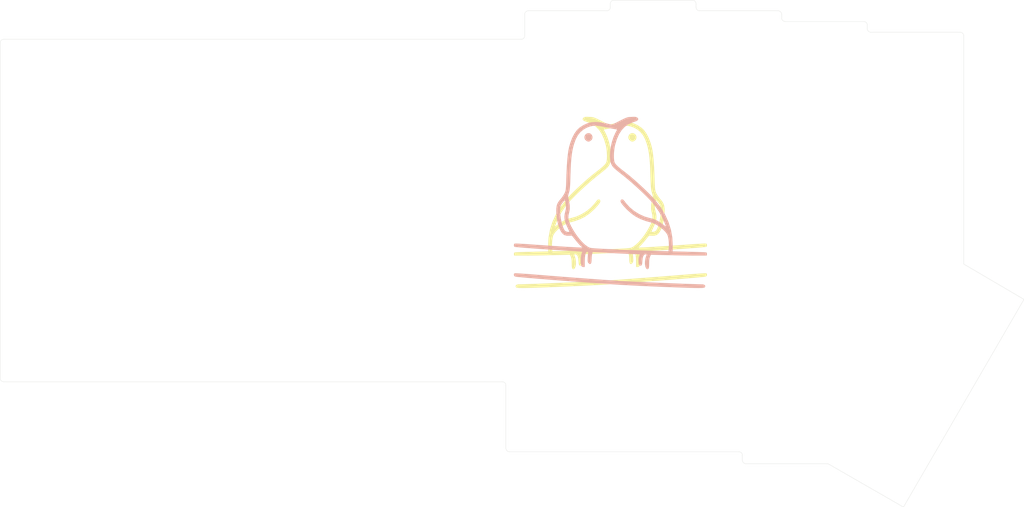
<source format=kicad_pcb>
(kicad_pcb (version 20171130) (host pcbnew "(5.1.9-0-10_14)")

  (general
    (thickness 1.6)
    (drawings 39)
    (tracks 0)
    (zones 0)
    (modules 9)
    (nets 1)
  )

  (page A4)
  (layers
    (0 F.Cu signal)
    (31 B.Cu signal)
    (32 B.Adhes user)
    (33 F.Adhes user)
    (34 B.Paste user)
    (35 F.Paste user)
    (36 B.SilkS user)
    (37 F.SilkS user)
    (38 B.Mask user)
    (39 F.Mask user)
    (40 Dwgs.User user)
    (41 Cmts.User user)
    (42 Eco1.User user)
    (43 Eco2.User user)
    (44 Edge.Cuts user)
    (45 Margin user)
    (46 B.CrtYd user)
    (47 F.CrtYd user)
    (48 B.Fab user)
    (49 F.Fab user)
  )

  (setup
    (last_trace_width 0.25)
    (trace_clearance 0.2)
    (zone_clearance 0.508)
    (zone_45_only no)
    (trace_min 0.2)
    (via_size 0.8)
    (via_drill 0.4)
    (via_min_size 0.4)
    (via_min_drill 0.3)
    (uvia_size 0.3)
    (uvia_drill 0.1)
    (uvias_allowed no)
    (uvia_min_size 0.2)
    (uvia_min_drill 0.1)
    (edge_width 0.05)
    (segment_width 0.2)
    (pcb_text_width 0.3)
    (pcb_text_size 1.5 1.5)
    (mod_edge_width 0.12)
    (mod_text_size 1 1)
    (mod_text_width 0.15)
    (pad_size 1.524 1.524)
    (pad_drill 0.762)
    (pad_to_mask_clearance 0)
    (aux_axis_origin 0 0)
    (grid_origin 221.45 102.39375)
    (visible_elements FFFFF77F)
    (pcbplotparams
      (layerselection 0x011fc_ffffffff)
      (usegerberextensions false)
      (usegerberattributes true)
      (usegerberadvancedattributes true)
      (creategerberjobfile true)
      (excludeedgelayer true)
      (linewidth 0.100000)
      (plotframeref false)
      (viasonmask false)
      (mode 1)
      (useauxorigin false)
      (hpglpennumber 1)
      (hpglpenspeed 20)
      (hpglpendiameter 15.000000)
      (psnegative false)
      (psa4output false)
      (plotreference true)
      (plotvalue true)
      (plotinvisibletext false)
      (padsonsilk false)
      (subtractmaskfromsilk false)
      (outputformat 1)
      (mirror false)
      (drillshape 0)
      (scaleselection 1)
      (outputdirectory "./gerbers"))
  )

  (net 0 "")

  (net_class Default "This is the default net class."
    (clearance 0.2)
    (trace_width 0.25)
    (via_dia 0.8)
    (via_drill 0.4)
    (uvia_dia 0.3)
    (uvia_drill 0.1)
  )

  (module footprints:wren_logo_large (layer F.Cu) (tedit 0) (tstamp 60861919)
    (at 173.063 63.27775)
    (fp_text reference G*** (at 0 0) (layer F.SilkS) hide
      (effects (font (size 1.524 1.524) (thickness 0.3)))
    )
    (fp_text value LOGO (at 0.75 0) (layer F.SilkS) hide
      (effects (font (size 1.524 1.524) (thickness 0.3)))
    )
    (fp_poly (pts (xy 21.305306 15.777034) (xy 21.453922 15.934693) (xy 21.466438 16.175629) (xy 21.354528 16.405686)
      (xy 21.214773 16.507264) (xy 21.053493 16.535665) (xy 20.680056 16.579135) (xy 20.112626 16.63624)
      (xy 19.369365 16.705548) (xy 18.468436 16.785627) (xy 17.428001 16.875044) (xy 16.266223 16.972367)
      (xy 15.001265 17.076163) (xy 13.651289 17.184999) (xy 12.234457 17.297443) (xy 10.768933 17.412063)
      (xy 9.272879 17.527425) (xy 7.764457 17.642098) (xy 6.261831 17.754649) (xy 4.783162 17.863644)
      (xy 3.346614 17.967653) (xy 1.970349 18.065242) (xy 0.67253 18.154978) (xy -0.528681 18.235429)
      (xy -1.443182 18.29437) (xy -2.503227 18.3581) (xy -3.703184 18.424786) (xy -5.016008 18.493303)
      (xy -6.414652 18.562527) (xy -7.87207 18.631331) (xy -9.361215 18.698591) (xy -10.855041 18.763181)
      (xy -12.326502 18.823975) (xy -13.748553 18.879849) (xy -15.094146 18.929676) (xy -16.336235 18.972332)
      (xy -17.447775 19.006691) (xy -18.401718 19.031628) (xy -19.171019 19.046017) (xy -19.584272 19.049211)
      (xy -20.195318 19.041674) (xy -20.611466 19.01543) (xy -20.868267 18.966355) (xy -21.00127 18.890322)
      (xy -21.006602 18.884198) (xy -21.088757 18.646227) (xy -20.985355 18.424501) (xy -20.738422 18.274319)
      (xy -20.517983 18.241252) (xy -20.066912 18.235329) (xy -19.410297 18.21929) (xy -18.573238 18.19417)
      (xy -17.580831 18.161006) (xy -16.458172 18.120833) (xy -15.230359 18.074688) (xy -13.92249 18.023608)
      (xy -12.559661 17.968627) (xy -11.16697 17.910782) (xy -9.769513 17.85111) (xy -8.392389 17.790645)
      (xy -7.060693 17.730426) (xy -5.799523 17.671486) (xy -4.633976 17.614864) (xy -3.58915 17.561594)
      (xy -2.690142 17.512713) (xy -2.251363 17.487139) (xy -1.25053 17.42423) (xy -0.045904 17.343913)
      (xy 1.336212 17.248149) (xy 2.869515 17.138894) (xy 4.527703 17.018107) (xy 6.284472 16.887745)
      (xy 8.113521 16.749768) (xy 9.988545 16.606133) (xy 11.883242 16.458798) (xy 13.77131 16.309721)
      (xy 15.626445 16.16086) (xy 16.311897 16.105197) (xy 17.348108 16.022586) (xy 18.316016 15.948933)
      (xy 19.190713 15.885875) (xy 19.947289 15.835048) (xy 20.560837 15.798089) (xy 21.006449 15.776636)
      (xy 21.259216 15.772325) (xy 21.305306 15.777034)) (layer F.SilkS) (width 0.01))
    (fp_poly (pts (xy -4.856424 -19.034026) (xy -4.701341 -19.027021) (xy -4.31494 -19.005227) (xy -4.002778 -18.971113)
      (xy -3.716503 -18.908523) (xy -3.407765 -18.801302) (xy -3.028209 -18.633293) (xy -2.529484 -18.388343)
      (xy -2.025884 -18.133086) (xy -0.364722 -17.287646) (xy 0.990352 -17.596645) (xy 2.189584 -17.821982)
      (xy 3.240772 -17.906898) (xy 4.183967 -17.84491) (xy 5.05922 -17.629535) (xy 5.906582 -17.254291)
      (xy 6.766103 -16.712694) (xy 6.85723 -16.646975) (xy 7.454439 -16.086253) (xy 8.005388 -15.315968)
      (xy 8.50004 -14.354606) (xy 8.928355 -13.220656) (xy 9.169182 -12.389182) (xy 9.333765 -11.60056)
      (xy 9.477301 -10.59267) (xy 9.598779 -9.376284) (xy 9.697186 -7.962172) (xy 9.771509 -6.361105)
      (xy 9.791223 -5.772453) (xy 9.820243 -4.847574) (xy 9.846486 -4.121862) (xy 9.873266 -3.563653)
      (xy 9.903898 -3.141285) (xy 9.941696 -2.823097) (xy 9.989974 -2.577424) (xy 10.052046 -2.372604)
      (xy 10.131226 -2.176976) (xy 10.178542 -2.072115) (xy 10.419344 -1.636618) (xy 10.746041 -1.156428)
      (xy 11.025415 -0.808738) (xy 11.473393 -0.259616) (xy 11.773302 0.2406) (xy 11.950922 0.763478)
      (xy 12.032033 1.380588) (xy 12.04448 2.020455) (xy 11.985397 3.041094) (xy 11.837215 4.053344)
      (xy 11.612813 5.004171) (xy 11.325074 5.84054) (xy 10.986877 6.509415) (xy 10.935031 6.588446)
      (xy 10.565466 7.042161) (xy 10.17342 7.305534) (xy 9.688741 7.414154) (xy 9.298176 7.41892)
      (xy 8.569945 7.391022) (xy 7.750324 8.417441) (xy 7.382157 8.865492) (xy 7.026998 9.275086)
      (xy 6.731159 9.594) (xy 6.573766 9.744203) (xy 6.216829 10.044546) (xy 6.774096 10.044348)
      (xy 7.062025 10.036283) (xy 7.555108 10.01328) (xy 8.228182 9.976934) (xy 9.056086 9.928843)
      (xy 10.013657 9.870603) (xy 11.075733 9.803811) (xy 12.217152 9.730065) (xy 13.412751 9.65096)
      (xy 14.637368 9.568093) (xy 15.865842 9.483063) (xy 17.073009 9.397464) (xy 17.814512 9.343726)
      (xy 18.672886 9.283513) (xy 19.460626 9.233154) (xy 20.147102 9.194218) (xy 20.701686 9.168274)
      (xy 21.093748 9.156892) (xy 21.292659 9.161639) (xy 21.307012 9.164828) (xy 21.432495 9.317488)
      (xy 21.471151 9.569256) (xy 21.416301 9.802686) (xy 21.347584 9.878476) (xy 21.20143 9.906564)
      (xy 20.845949 9.947197) (xy 20.30229 9.998786) (xy 19.5916 10.05974) (xy 18.73503 10.128469)
      (xy 17.753727 10.203385) (xy 16.66884 10.282896) (xy 15.501518 10.365412) (xy 14.27291 10.449345)
      (xy 13.004165 10.533103) (xy 11.71643 10.615097) (xy 10.795 10.671807) (xy 9.938108 10.72456)
      (xy 9.114826 10.776756) (xy 8.366521 10.825656) (xy 7.734558 10.868523) (xy 7.260304 10.902619)
      (xy 7.030818 10.920978) (xy 6.268455 10.988212) (xy 6.437129 11.468879) (xy 6.529098 11.882739)
      (xy 6.582759 12.434819) (xy 6.596157 13.035311) (xy 6.567341 13.594406) (xy 6.494356 14.022294)
      (xy 6.492776 14.027727) (xy 6.375164 14.279164) (xy 6.172827 14.36841) (xy 6.053057 14.374091)
      (xy 5.715 14.374091) (xy 5.714414 13.104091) (xy 5.685353 12.293112) (xy 5.601097 11.667805)
      (xy 5.464784 11.239141) (xy 5.279551 11.018094) (xy 5.111043 10.995017) (xy 4.959007 11.107469)
      (xy 4.947907 11.205948) (xy 4.974432 11.39498) (xy 5.007727 11.746151) (xy 5.041483 12.191061)
      (xy 5.048421 12.295909) (xy 5.071791 12.775338) (xy 5.060555 13.089123) (xy 5.005323 13.30115)
      (xy 4.896704 13.475305) (xy 4.870247 13.508182) (xy 4.676694 13.697883) (xy 4.513608 13.713901)
      (xy 4.42337 13.668883) (xy 4.313193 13.559375) (xy 4.245572 13.361997) (xy 4.209264 13.025511)
      (xy 4.195371 12.629792) (xy 4.170121 12.145873) (xy 4.120805 11.711611) (xy 4.05747 11.412111)
      (xy 4.048756 11.387579) (xy 3.920861 11.056521) (xy 2.855203 11.130699) (xy 2.548505 11.149127)
      (xy 2.056647 11.175141) (xy 1.412302 11.207272) (xy 0.648141 11.244053) (xy -0.203166 11.284018)
      (xy -1.108947 11.325698) (xy -2.036532 11.367626) (xy -2.953249 11.408335) (xy -3.826427 11.446357)
      (xy -4.623395 11.480225) (xy -5.311482 11.508472) (xy -5.858017 11.529629) (xy -6.230329 11.54223)
      (xy -6.372972 11.545183) (xy -6.491342 11.565603) (xy -6.505043 11.666485) (xy -6.41754 11.907976)
      (xy -6.396754 11.958001) (xy -6.294589 12.335529) (xy -6.24979 12.791198) (xy -6.259123 13.25685)
      (xy -6.319355 13.664325) (xy -6.427254 13.945467) (xy -6.494318 14.015084) (xy -6.748987 14.100521)
      (xy -6.930303 13.984176) (xy -7.042876 13.658991) (xy -7.091314 13.117912) (xy -7.091769 13.100553)
      (xy -7.155733 12.421132) (xy -7.305868 11.927938) (xy -7.536828 11.632567) (xy -7.808499 11.545455)
      (xy -8.016281 11.574943) (xy -8.041188 11.691139) (xy -8.020211 11.7475) (xy -7.800845 12.413285)
      (xy -7.685058 13.104083) (xy -7.675058 13.759122) (xy -7.773054 14.31763) (xy -7.915429 14.631571)
      (xy -8.088067 14.84409) (xy -8.252086 14.871202) (xy -8.425426 14.782328) (xy -8.511475 14.667611)
      (xy -8.565211 14.429227) (xy -8.592325 14.028333) (xy -8.598608 13.600687) (xy -8.621083 12.927568)
      (xy -8.688839 12.433434) (xy -8.800553 12.086599) (xy -8.999743 11.64638) (xy -12.841462 11.740235)
      (xy -13.902949 11.764239) (xy -15.01579 11.785976) (xy -16.126013 11.804628) (xy -17.179643 11.819381)
      (xy -18.122704 11.829418) (xy -18.901222 11.833923) (xy -19.05 11.834091) (xy -21.416818 11.834091)
      (xy -21.453414 11.515935) (xy -21.429793 11.249643) (xy -21.334815 11.138224) (xy -21.184973 11.121104)
      (xy -20.833209 11.100577) (xy -20.308467 11.077728) (xy -19.63969 11.053642) (xy -18.855821 11.029404)
      (xy -17.985804 11.0061) (xy -17.502508 10.994563) (xy -13.825397 10.910455) (xy -13.846155 9.616432)
      (xy -13.840084 9.491213) (xy -13.00462 9.491213) (xy -12.978424 10.090592) (xy -12.904022 10.887093)
      (xy -10.406329 10.810696) (xy -9.566161 10.784074) (xy -8.563869 10.750826) (xy -7.468064 10.71332)
      (xy -6.347355 10.673922) (xy -5.270353 10.635001) (xy -4.675909 10.612946) (xy -3.616492 10.571566)
      (xy -2.434576 10.522685) (xy -1.208875 10.469736) (xy -0.018103 10.416154) (xy 1.059026 10.365374)
      (xy 1.51975 10.342642) (xy 2.425379 10.296348) (xy 3.131526 10.256867) (xy 3.66936 10.220106)
      (xy 4.070051 10.181973) (xy 4.364768 10.138373) (xy 4.584681 10.085214) (xy 4.760959 10.018404)
      (xy 4.924771 9.933849) (xy 5.010726 9.884235) (xy 5.632954 9.435695) (xy 6.300509 8.804136)
      (xy 6.98265 8.024556) (xy 7.648636 7.131956) (xy 8.023676 6.546133) (xy 9.120909 6.546133)
      (xy 9.222302 6.569119) (xy 9.473039 6.564247) (xy 9.542394 6.559015) (xy 9.955974 6.438175)
      (xy 10.176993 6.234546) (xy 10.433339 5.775503) (xy 10.667399 5.150135) (xy 10.870472 4.411025)
      (xy 11.033858 3.610756) (xy 11.148856 2.801914) (xy 11.206765 2.037081) (xy 11.198885 1.368841)
      (xy 11.116515 0.849777) (xy 11.084175 0.751871) (xy 10.957362 0.507529) (xy 10.755595 0.20297)
      (xy 10.52585 -0.100467) (xy 10.315103 -0.34144) (xy 10.17033 -0.458609) (xy 10.154712 -0.461818)
      (xy 10.099675 -0.35666) (xy 10.029259 -0.078671) (xy 9.95725 0.315916) (xy 9.94595 0.389818)
      (xy 9.884109 0.912343) (xy 9.884308 1.314342) (xy 9.949808 1.698592) (xy 9.992646 1.861864)
      (xy 10.159585 2.549205) (xy 10.233386 3.140668) (xy 10.206988 3.697397) (xy 10.073331 4.280533)
      (xy 9.825353 4.95122) (xy 9.569149 5.528936) (xy 9.373295 5.957032) (xy 9.220846 6.299631)
      (xy 9.133455 6.507596) (xy 9.120909 6.546133) (xy 8.023676 6.546133) (xy 8.241351 6.206119)
      (xy 8.72529 5.343487) (xy 9.067446 4.616843) (xy 9.276891 3.987354) (xy 9.362698 3.416191)
      (xy 9.333937 2.86452) (xy 9.199681 2.29351) (xy 9.174142 2.213355) (xy 9.03842 1.481945)
      (xy 9.055197 0.601296) (xy 9.223541 -0.40527) (xy 9.289508 -0.67504) (xy 9.383149 -1.065866)
      (xy 9.415407 -1.353149) (xy 9.382298 -1.633183) (xy 9.279841 -2.002258) (xy 9.227789 -2.167375)
      (xy 9.152499 -2.426426) (xy 9.091762 -2.70028) (xy 9.04288 -3.020893) (xy 9.003157 -3.420222)
      (xy 8.969895 -3.930226) (xy 8.940397 -4.58286) (xy 8.911965 -5.410082) (xy 8.889364 -6.176818)
      (xy 8.841505 -7.557818) (xy 8.7795 -8.742553) (xy 8.699447 -9.765437) (xy 8.597446 -10.660887)
      (xy 8.469598 -11.463318) (xy 8.312003 -12.207145) (xy 8.126803 -12.905982) (xy 7.734001 -14.016961)
      (xy 7.249429 -14.931271) (xy 6.656195 -15.670675) (xy 5.937405 -16.256937) (xy 5.222379 -16.647812)
      (xy 4.569791 -16.896397) (xy 3.917394 -17.036443) (xy 3.216466 -17.0693) (xy 2.418281 -16.996318)
      (xy 1.474117 -16.818849) (xy 1.212273 -16.758952) (xy 0.589793 -16.617516) (xy -0.011664 -16.489618)
      (xy -0.525567 -16.388867) (xy -0.885384 -16.328871) (xy -0.899238 -16.327042) (xy -1.231178 -16.271477)
      (xy -1.438232 -16.21208) (xy -1.47585 -16.177033) (xy -1.407961 -16.0444) (xy -1.265493 -15.770796)
      (xy -1.108383 -15.470909) (xy -0.67895 -14.512495) (xy -0.333213 -13.456242) (xy -0.079774 -12.354795)
      (xy 0.072762 -11.260797) (xy 0.115793 -10.226895) (xy 0.040714 -9.305731) (xy -0.038474 -8.924184)
      (xy -0.198565 -8.489923) (xy -0.424695 -8.080278) (xy -0.529156 -7.941568) (xy -0.654139 -7.800819)
      (xy -0.787768 -7.662351) (xy -0.953561 -7.50629) (xy -1.175036 -7.312761) (xy -1.475713 -7.061891)
      (xy -1.879109 -6.733805) (xy -2.408743 -6.308629) (xy -3.088134 -5.766489) (xy -3.348182 -5.559342)
      (xy -4.049488 -4.981296) (xy -4.846199 -4.291988) (xy -5.694878 -3.531701) (xy -6.552085 -2.740717)
      (xy -7.374381 -1.959317) (xy -8.118328 -1.227785) (xy -8.740488 -0.586403) (xy -8.919204 -0.393122)
      (xy -9.986973 0.883216) (xy -10.86751 2.170795) (xy -11.599327 3.52942) (xy -11.939072 4.296358)
      (xy -12.119111 4.737239) (xy -12.259673 5.092782) (xy -12.341132 5.31275) (xy -12.353636 5.357473)
      (xy -12.269403 5.320903) (xy -12.044919 5.171683) (xy -11.722508 4.938532) (xy -11.592457 4.840974)
      (xy -10.827408 4.306533) (xy -10.12825 3.92408) (xy -9.424301 3.659414) (xy -8.862341 3.520022)
      (xy -7.624199 3.162801) (xy -6.419422 2.618679) (xy -5.290884 1.915978) (xy -4.281453 1.083019)
      (xy -3.434001 0.148124) (xy -3.143279 -0.258134) (xy -2.859177 -0.583691) (xy -2.590128 -0.682926)
      (xy -2.340999 -0.554379) (xy -2.301742 -0.51069) (xy -2.235164 -0.308373) (xy -2.316064 -0.023385)
      (xy -2.553221 0.357969) (xy -2.955414 0.849383) (xy -3.531422 1.46455) (xy -3.636818 1.57185)
      (xy -4.604607 2.452763) (xy -5.614977 3.163506) (xy -6.715287 3.729654) (xy -7.952898 4.176779)
      (xy -8.941056 4.43604) (xy -9.606459 4.663179) (xy -10.323639 5.032722) (xy -11.038612 5.504759)
      (xy -11.697394 6.039377) (xy -12.246003 6.596665) (xy -12.630455 7.13671) (xy -12.654249 7.181342)
      (xy -12.796918 7.586227) (xy -12.907977 8.152011) (xy -12.979766 8.809928) (xy -13.00462 9.491213)
      (xy -13.840084 9.491213) (xy -13.760199 7.843645) (xy -13.447386 6.096978) (xy -12.911106 4.385049)
      (xy -12.154747 2.71647) (xy -11.181696 1.099858) (xy -9.995343 -0.456174) (xy -9.791404 -0.692727)
      (xy -9.129778 -1.411822) (xy -8.323605 -2.22982) (xy -7.414308 -3.108749) (xy -6.443306 -4.010634)
      (xy -5.45202 -4.897501) (xy -4.481872 -5.731378) (xy -3.574281 -6.474291) (xy -3.001818 -6.917282)
      (xy -2.257997 -7.493399) (xy -1.693382 -7.972432) (xy -1.287594 -8.373418) (xy -1.02025 -8.715393)
      (xy -0.951547 -8.832273) (xy -0.843482 -9.182967) (xy -0.780483 -9.706514) (xy -0.761632 -10.34948)
      (xy -0.786011 -11.058435) (xy -0.852703 -11.779945) (xy -0.960789 -12.46058) (xy -1.018347 -12.721562)
      (xy -1.408446 -14.03784) (xy -1.894333 -15.152016) (xy -2.486247 -16.076461) (xy -3.194425 -16.82355)
      (xy -4.029106 -17.405656) (xy -5.000527 -17.835152) (xy -5.337006 -17.940964) (xy -5.835709 -18.130077)
      (xy -6.120943 -18.344855) (xy -6.187144 -18.577531) (xy -6.028746 -18.820337) (xy -5.99046 -18.852976)
      (xy -5.823819 -18.96157) (xy -5.61826 -19.022678) (xy -5.315292 -19.044198) (xy -4.856424 -19.034026)) (layer F.SilkS) (width 0.01))
    (fp_poly (pts (xy 5.069193 -15.393824) (xy 5.230564 -15.340912) (xy 5.572928 -15.092528) (xy 5.756617 -14.738869)
      (xy 5.778782 -14.344327) (xy 5.636575 -13.973295) (xy 5.327148 -13.690165) (xy 5.304125 -13.677855)
      (xy 5.021324 -13.546637) (xy 4.821633 -13.52682) (xy 4.587663 -13.615262) (xy 4.505003 -13.656477)
      (xy 4.169441 -13.924515) (xy 4.00618 -14.263896) (xy 3.995071 -14.627846) (xy 4.115966 -14.969589)
      (xy 4.348717 -15.24235) (xy 4.673175 -15.399353) (xy 5.069193 -15.393824)) (layer F.SilkS) (width 0.01))
  )

  (module footprints:wren_logo_large (layer B.Cu) (tedit 0) (tstamp 60854734)
    (at 173.063 63.27775 180)
    (fp_text reference G*** (at 0 0) (layer B.SilkS) hide
      (effects (font (size 1.524 1.524) (thickness 0.3)) (justify mirror))
    )
    (fp_text value LOGO (at 0.75 0) (layer B.SilkS) hide
      (effects (font (size 1.524 1.524) (thickness 0.3)) (justify mirror))
    )
    (fp_poly (pts (xy 5.069193 15.393824) (xy 5.230564 15.340912) (xy 5.572928 15.092528) (xy 5.756617 14.738869)
      (xy 5.778782 14.344327) (xy 5.636575 13.973295) (xy 5.327148 13.690165) (xy 5.304125 13.677855)
      (xy 5.021324 13.546637) (xy 4.821633 13.52682) (xy 4.587663 13.615262) (xy 4.505003 13.656477)
      (xy 4.169441 13.924515) (xy 4.00618 14.263896) (xy 3.995071 14.627846) (xy 4.115966 14.969589)
      (xy 4.348717 15.24235) (xy 4.673175 15.399353) (xy 5.069193 15.393824)) (layer B.SilkS) (width 0.01))
    (fp_poly (pts (xy -4.856424 19.034026) (xy -4.701341 19.027021) (xy -4.31494 19.005227) (xy -4.002778 18.971113)
      (xy -3.716503 18.908523) (xy -3.407765 18.801302) (xy -3.028209 18.633293) (xy -2.529484 18.388343)
      (xy -2.025884 18.133086) (xy -0.364722 17.287646) (xy 0.990352 17.596645) (xy 2.189584 17.821982)
      (xy 3.240772 17.906898) (xy 4.183967 17.84491) (xy 5.05922 17.629535) (xy 5.906582 17.254291)
      (xy 6.766103 16.712694) (xy 6.85723 16.646975) (xy 7.454439 16.086253) (xy 8.005388 15.315968)
      (xy 8.50004 14.354606) (xy 8.928355 13.220656) (xy 9.169182 12.389182) (xy 9.333765 11.60056)
      (xy 9.477301 10.59267) (xy 9.598779 9.376284) (xy 9.697186 7.962172) (xy 9.771509 6.361105)
      (xy 9.791223 5.772453) (xy 9.820243 4.847574) (xy 9.846486 4.121862) (xy 9.873266 3.563653)
      (xy 9.903898 3.141285) (xy 9.941696 2.823097) (xy 9.989974 2.577424) (xy 10.052046 2.372604)
      (xy 10.131226 2.176976) (xy 10.178542 2.072115) (xy 10.419344 1.636618) (xy 10.746041 1.156428)
      (xy 11.025415 0.808738) (xy 11.473393 0.259616) (xy 11.773302 -0.2406) (xy 11.950922 -0.763478)
      (xy 12.032033 -1.380588) (xy 12.04448 -2.020455) (xy 11.985397 -3.041094) (xy 11.837215 -4.053344)
      (xy 11.612813 -5.004171) (xy 11.325074 -5.84054) (xy 10.986877 -6.509415) (xy 10.935031 -6.588446)
      (xy 10.565466 -7.042161) (xy 10.17342 -7.305534) (xy 9.688741 -7.414154) (xy 9.298176 -7.41892)
      (xy 8.569945 -7.391022) (xy 7.750324 -8.417441) (xy 7.382157 -8.865492) (xy 7.026998 -9.275086)
      (xy 6.731159 -9.594) (xy 6.573766 -9.744203) (xy 6.216829 -10.044546) (xy 6.774096 -10.044348)
      (xy 7.062025 -10.036283) (xy 7.555108 -10.01328) (xy 8.228182 -9.976934) (xy 9.056086 -9.928843)
      (xy 10.013657 -9.870603) (xy 11.075733 -9.803811) (xy 12.217152 -9.730065) (xy 13.412751 -9.65096)
      (xy 14.637368 -9.568093) (xy 15.865842 -9.483063) (xy 17.073009 -9.397464) (xy 17.814512 -9.343726)
      (xy 18.672886 -9.283513) (xy 19.460626 -9.233154) (xy 20.147102 -9.194218) (xy 20.701686 -9.168274)
      (xy 21.093748 -9.156892) (xy 21.292659 -9.161639) (xy 21.307012 -9.164828) (xy 21.432495 -9.317488)
      (xy 21.471151 -9.569256) (xy 21.416301 -9.802686) (xy 21.347584 -9.878476) (xy 21.20143 -9.906564)
      (xy 20.845949 -9.947197) (xy 20.30229 -9.998786) (xy 19.5916 -10.05974) (xy 18.73503 -10.128469)
      (xy 17.753727 -10.203385) (xy 16.66884 -10.282896) (xy 15.501518 -10.365412) (xy 14.27291 -10.449345)
      (xy 13.004165 -10.533103) (xy 11.71643 -10.615097) (xy 10.795 -10.671807) (xy 9.938108 -10.72456)
      (xy 9.114826 -10.776756) (xy 8.366521 -10.825656) (xy 7.734558 -10.868523) (xy 7.260304 -10.902619)
      (xy 7.030818 -10.920978) (xy 6.268455 -10.988212) (xy 6.437129 -11.468879) (xy 6.529098 -11.882739)
      (xy 6.582759 -12.434819) (xy 6.596157 -13.035311) (xy 6.567341 -13.594406) (xy 6.494356 -14.022294)
      (xy 6.492776 -14.027727) (xy 6.375164 -14.279164) (xy 6.172827 -14.36841) (xy 6.053057 -14.374091)
      (xy 5.715 -14.374091) (xy 5.714414 -13.104091) (xy 5.685353 -12.293112) (xy 5.601097 -11.667805)
      (xy 5.464784 -11.239141) (xy 5.279551 -11.018094) (xy 5.111043 -10.995017) (xy 4.959007 -11.107469)
      (xy 4.947907 -11.205948) (xy 4.974432 -11.39498) (xy 5.007727 -11.746151) (xy 5.041483 -12.191061)
      (xy 5.048421 -12.295909) (xy 5.071791 -12.775338) (xy 5.060555 -13.089123) (xy 5.005323 -13.30115)
      (xy 4.896704 -13.475305) (xy 4.870247 -13.508182) (xy 4.676694 -13.697883) (xy 4.513608 -13.713901)
      (xy 4.42337 -13.668883) (xy 4.313193 -13.559375) (xy 4.245572 -13.361997) (xy 4.209264 -13.025511)
      (xy 4.195371 -12.629792) (xy 4.170121 -12.145873) (xy 4.120805 -11.711611) (xy 4.05747 -11.412111)
      (xy 4.048756 -11.387579) (xy 3.920861 -11.056521) (xy 2.855203 -11.130699) (xy 2.548505 -11.149127)
      (xy 2.056647 -11.175141) (xy 1.412302 -11.207272) (xy 0.648141 -11.244053) (xy -0.203166 -11.284018)
      (xy -1.108947 -11.325698) (xy -2.036532 -11.367626) (xy -2.953249 -11.408335) (xy -3.826427 -11.446357)
      (xy -4.623395 -11.480225) (xy -5.311482 -11.508472) (xy -5.858017 -11.529629) (xy -6.230329 -11.54223)
      (xy -6.372972 -11.545183) (xy -6.491342 -11.565603) (xy -6.505043 -11.666485) (xy -6.41754 -11.907976)
      (xy -6.396754 -11.958001) (xy -6.294589 -12.335529) (xy -6.24979 -12.791198) (xy -6.259123 -13.25685)
      (xy -6.319355 -13.664325) (xy -6.427254 -13.945467) (xy -6.494318 -14.015084) (xy -6.748987 -14.100521)
      (xy -6.930303 -13.984176) (xy -7.042876 -13.658991) (xy -7.091314 -13.117912) (xy -7.091769 -13.100553)
      (xy -7.155733 -12.421132) (xy -7.305868 -11.927938) (xy -7.536828 -11.632567) (xy -7.808499 -11.545455)
      (xy -8.016281 -11.574943) (xy -8.041188 -11.691139) (xy -8.020211 -11.7475) (xy -7.800845 -12.413285)
      (xy -7.685058 -13.104083) (xy -7.675058 -13.759122) (xy -7.773054 -14.31763) (xy -7.915429 -14.631571)
      (xy -8.088067 -14.84409) (xy -8.252086 -14.871202) (xy -8.425426 -14.782328) (xy -8.511475 -14.667611)
      (xy -8.565211 -14.429227) (xy -8.592325 -14.028333) (xy -8.598608 -13.600687) (xy -8.621083 -12.927568)
      (xy -8.688839 -12.433434) (xy -8.800553 -12.086599) (xy -8.999743 -11.64638) (xy -12.841462 -11.740235)
      (xy -13.902949 -11.764239) (xy -15.01579 -11.785976) (xy -16.126013 -11.804628) (xy -17.179643 -11.819381)
      (xy -18.122704 -11.829418) (xy -18.901222 -11.833923) (xy -19.05 -11.834091) (xy -21.416818 -11.834091)
      (xy -21.453414 -11.515935) (xy -21.429793 -11.249643) (xy -21.334815 -11.138224) (xy -21.184973 -11.121104)
      (xy -20.833209 -11.100577) (xy -20.308467 -11.077728) (xy -19.63969 -11.053642) (xy -18.855821 -11.029404)
      (xy -17.985804 -11.0061) (xy -17.502508 -10.994563) (xy -13.825397 -10.910455) (xy -13.846155 -9.616432)
      (xy -13.840084 -9.491213) (xy -13.00462 -9.491213) (xy -12.978424 -10.090592) (xy -12.904022 -10.887093)
      (xy -10.406329 -10.810696) (xy -9.566161 -10.784074) (xy -8.563869 -10.750826) (xy -7.468064 -10.71332)
      (xy -6.347355 -10.673922) (xy -5.270353 -10.635001) (xy -4.675909 -10.612946) (xy -3.616492 -10.571566)
      (xy -2.434576 -10.522685) (xy -1.208875 -10.469736) (xy -0.018103 -10.416154) (xy 1.059026 -10.365374)
      (xy 1.51975 -10.342642) (xy 2.425379 -10.296348) (xy 3.131526 -10.256867) (xy 3.66936 -10.220106)
      (xy 4.070051 -10.181973) (xy 4.364768 -10.138373) (xy 4.584681 -10.085214) (xy 4.760959 -10.018404)
      (xy 4.924771 -9.933849) (xy 5.010726 -9.884235) (xy 5.632954 -9.435695) (xy 6.300509 -8.804136)
      (xy 6.98265 -8.024556) (xy 7.648636 -7.131956) (xy 8.023676 -6.546133) (xy 9.120909 -6.546133)
      (xy 9.222302 -6.569119) (xy 9.473039 -6.564247) (xy 9.542394 -6.559015) (xy 9.955974 -6.438175)
      (xy 10.176993 -6.234546) (xy 10.433339 -5.775503) (xy 10.667399 -5.150135) (xy 10.870472 -4.411025)
      (xy 11.033858 -3.610756) (xy 11.148856 -2.801914) (xy 11.206765 -2.037081) (xy 11.198885 -1.368841)
      (xy 11.116515 -0.849777) (xy 11.084175 -0.751871) (xy 10.957362 -0.507529) (xy 10.755595 -0.20297)
      (xy 10.52585 0.100467) (xy 10.315103 0.34144) (xy 10.17033 0.458609) (xy 10.154712 0.461818)
      (xy 10.099675 0.35666) (xy 10.029259 0.078671) (xy 9.95725 -0.315916) (xy 9.94595 -0.389818)
      (xy 9.884109 -0.912343) (xy 9.884308 -1.314342) (xy 9.949808 -1.698592) (xy 9.992646 -1.861864)
      (xy 10.159585 -2.549205) (xy 10.233386 -3.140668) (xy 10.206988 -3.697397) (xy 10.073331 -4.280533)
      (xy 9.825353 -4.95122) (xy 9.569149 -5.528936) (xy 9.373295 -5.957032) (xy 9.220846 -6.299631)
      (xy 9.133455 -6.507596) (xy 9.120909 -6.546133) (xy 8.023676 -6.546133) (xy 8.241351 -6.206119)
      (xy 8.72529 -5.343487) (xy 9.067446 -4.616843) (xy 9.276891 -3.987354) (xy 9.362698 -3.416191)
      (xy 9.333937 -2.86452) (xy 9.199681 -2.29351) (xy 9.174142 -2.213355) (xy 9.03842 -1.481945)
      (xy 9.055197 -0.601296) (xy 9.223541 0.40527) (xy 9.289508 0.67504) (xy 9.383149 1.065866)
      (xy 9.415407 1.353149) (xy 9.382298 1.633183) (xy 9.279841 2.002258) (xy 9.227789 2.167375)
      (xy 9.152499 2.426426) (xy 9.091762 2.70028) (xy 9.04288 3.020893) (xy 9.003157 3.420222)
      (xy 8.969895 3.930226) (xy 8.940397 4.58286) (xy 8.911965 5.410082) (xy 8.889364 6.176818)
      (xy 8.841505 7.557818) (xy 8.7795 8.742553) (xy 8.699447 9.765437) (xy 8.597446 10.660887)
      (xy 8.469598 11.463318) (xy 8.312003 12.207145) (xy 8.126803 12.905982) (xy 7.734001 14.016961)
      (xy 7.249429 14.931271) (xy 6.656195 15.670675) (xy 5.937405 16.256937) (xy 5.222379 16.647812)
      (xy 4.569791 16.896397) (xy 3.917394 17.036443) (xy 3.216466 17.0693) (xy 2.418281 16.996318)
      (xy 1.474117 16.818849) (xy 1.212273 16.758952) (xy 0.589793 16.617516) (xy -0.011664 16.489618)
      (xy -0.525567 16.388867) (xy -0.885384 16.328871) (xy -0.899238 16.327042) (xy -1.231178 16.271477)
      (xy -1.438232 16.21208) (xy -1.47585 16.177033) (xy -1.407961 16.0444) (xy -1.265493 15.770796)
      (xy -1.108383 15.470909) (xy -0.67895 14.512495) (xy -0.333213 13.456242) (xy -0.079774 12.354795)
      (xy 0.072762 11.260797) (xy 0.115793 10.226895) (xy 0.040714 9.305731) (xy -0.038474 8.924184)
      (xy -0.198565 8.489923) (xy -0.424695 8.080278) (xy -0.529156 7.941568) (xy -0.654139 7.800819)
      (xy -0.787768 7.662351) (xy -0.953561 7.50629) (xy -1.175036 7.312761) (xy -1.475713 7.061891)
      (xy -1.879109 6.733805) (xy -2.408743 6.308629) (xy -3.088134 5.766489) (xy -3.348182 5.559342)
      (xy -4.049488 4.981296) (xy -4.846199 4.291988) (xy -5.694878 3.531701) (xy -6.552085 2.740717)
      (xy -7.374381 1.959317) (xy -8.118328 1.227785) (xy -8.740488 0.586403) (xy -8.919204 0.393122)
      (xy -9.986973 -0.883216) (xy -10.86751 -2.170795) (xy -11.599327 -3.52942) (xy -11.939072 -4.296358)
      (xy -12.119111 -4.737239) (xy -12.259673 -5.092782) (xy -12.341132 -5.31275) (xy -12.353636 -5.357473)
      (xy -12.269403 -5.320903) (xy -12.044919 -5.171683) (xy -11.722508 -4.938532) (xy -11.592457 -4.840974)
      (xy -10.827408 -4.306533) (xy -10.12825 -3.92408) (xy -9.424301 -3.659414) (xy -8.862341 -3.520022)
      (xy -7.624199 -3.162801) (xy -6.419422 -2.618679) (xy -5.290884 -1.915978) (xy -4.281453 -1.083019)
      (xy -3.434001 -0.148124) (xy -3.143279 0.258134) (xy -2.859177 0.583691) (xy -2.590128 0.682926)
      (xy -2.340999 0.554379) (xy -2.301742 0.51069) (xy -2.235164 0.308373) (xy -2.316064 0.023385)
      (xy -2.553221 -0.357969) (xy -2.955414 -0.849383) (xy -3.531422 -1.46455) (xy -3.636818 -1.57185)
      (xy -4.604607 -2.452763) (xy -5.614977 -3.163506) (xy -6.715287 -3.729654) (xy -7.952898 -4.176779)
      (xy -8.941056 -4.43604) (xy -9.606459 -4.663179) (xy -10.323639 -5.032722) (xy -11.038612 -5.504759)
      (xy -11.697394 -6.039377) (xy -12.246003 -6.596665) (xy -12.630455 -7.13671) (xy -12.654249 -7.181342)
      (xy -12.796918 -7.586227) (xy -12.907977 -8.152011) (xy -12.979766 -8.809928) (xy -13.00462 -9.491213)
      (xy -13.840084 -9.491213) (xy -13.760199 -7.843645) (xy -13.447386 -6.096978) (xy -12.911106 -4.385049)
      (xy -12.154747 -2.71647) (xy -11.181696 -1.099858) (xy -9.995343 0.456174) (xy -9.791404 0.692727)
      (xy -9.129778 1.411822) (xy -8.323605 2.22982) (xy -7.414308 3.108749) (xy -6.443306 4.010634)
      (xy -5.45202 4.897501) (xy -4.481872 5.731378) (xy -3.574281 6.474291) (xy -3.001818 6.917282)
      (xy -2.257997 7.493399) (xy -1.693382 7.972432) (xy -1.287594 8.373418) (xy -1.02025 8.715393)
      (xy -0.951547 8.832273) (xy -0.843482 9.182967) (xy -0.780483 9.706514) (xy -0.761632 10.34948)
      (xy -0.786011 11.058435) (xy -0.852703 11.779945) (xy -0.960789 12.46058) (xy -1.018347 12.721562)
      (xy -1.408446 14.03784) (xy -1.894333 15.152016) (xy -2.486247 16.076461) (xy -3.194425 16.82355)
      (xy -4.029106 17.405656) (xy -5.000527 17.835152) (xy -5.337006 17.940964) (xy -5.835709 18.130077)
      (xy -6.120943 18.344855) (xy -6.187144 18.577531) (xy -6.028746 18.820337) (xy -5.99046 18.852976)
      (xy -5.823819 18.96157) (xy -5.61826 19.022678) (xy -5.315292 19.044198) (xy -4.856424 19.034026)) (layer B.SilkS) (width 0.01))
    (fp_poly (pts (xy 21.305306 -15.777034) (xy 21.453922 -15.934693) (xy 21.466438 -16.175629) (xy 21.354528 -16.405686)
      (xy 21.214773 -16.507264) (xy 21.053493 -16.535665) (xy 20.680056 -16.579135) (xy 20.112626 -16.63624)
      (xy 19.369365 -16.705548) (xy 18.468436 -16.785627) (xy 17.428001 -16.875044) (xy 16.266223 -16.972367)
      (xy 15.001265 -17.076163) (xy 13.651289 -17.184999) (xy 12.234457 -17.297443) (xy 10.768933 -17.412063)
      (xy 9.272879 -17.527425) (xy 7.764457 -17.642098) (xy 6.261831 -17.754649) (xy 4.783162 -17.863644)
      (xy 3.346614 -17.967653) (xy 1.970349 -18.065242) (xy 0.67253 -18.154978) (xy -0.528681 -18.235429)
      (xy -1.443182 -18.29437) (xy -2.503227 -18.3581) (xy -3.703184 -18.424786) (xy -5.016008 -18.493303)
      (xy -6.414652 -18.562527) (xy -7.87207 -18.631331) (xy -9.361215 -18.698591) (xy -10.855041 -18.763181)
      (xy -12.326502 -18.823975) (xy -13.748553 -18.879849) (xy -15.094146 -18.929676) (xy -16.336235 -18.972332)
      (xy -17.447775 -19.006691) (xy -18.401718 -19.031628) (xy -19.171019 -19.046017) (xy -19.584272 -19.049211)
      (xy -20.195318 -19.041674) (xy -20.611466 -19.01543) (xy -20.868267 -18.966355) (xy -21.00127 -18.890322)
      (xy -21.006602 -18.884198) (xy -21.088757 -18.646227) (xy -20.985355 -18.424501) (xy -20.738422 -18.274319)
      (xy -20.517983 -18.241252) (xy -20.066912 -18.235329) (xy -19.410297 -18.21929) (xy -18.573238 -18.19417)
      (xy -17.580831 -18.161006) (xy -16.458172 -18.120833) (xy -15.230359 -18.074688) (xy -13.92249 -18.023608)
      (xy -12.559661 -17.968627) (xy -11.16697 -17.910782) (xy -9.769513 -17.85111) (xy -8.392389 -17.790645)
      (xy -7.060693 -17.730426) (xy -5.799523 -17.671486) (xy -4.633976 -17.614864) (xy -3.58915 -17.561594)
      (xy -2.690142 -17.512713) (xy -2.251363 -17.487139) (xy -1.25053 -17.42423) (xy -0.045904 -17.343913)
      (xy 1.336212 -17.248149) (xy 2.869515 -17.138894) (xy 4.527703 -17.018107) (xy 6.284472 -16.887745)
      (xy 8.113521 -16.749768) (xy 9.988545 -16.606133) (xy 11.883242 -16.458798) (xy 13.77131 -16.309721)
      (xy 15.626445 -16.16086) (xy 16.311897 -16.105197) (xy 17.348108 -16.022586) (xy 18.316016 -15.948933)
      (xy 19.190713 -15.885875) (xy 19.947289 -15.835048) (xy 20.560837 -15.798089) (xy 21.006449 -15.776636)
      (xy 21.259216 -15.772325) (xy 21.305306 -15.777034)) (layer B.SilkS) (width 0.01))
  )

  (module MountingHole:MountingHole_2.2mm_M2 (layer F.Cu) (tedit 56D1B4CB) (tstamp 607B26A2)
    (at 211.1375 80.16875)
    (descr "Mounting Hole 2.2mm, no annular, M2")
    (tags "mounting hole 2.2mm no annular m2")
    (path /607DF460)
    (attr virtual)
    (fp_text reference H6 (at 0 -6.5) (layer F.SilkS) hide
      (effects (font (size 1 1) (thickness 0.15)))
    )
    (fp_text value MountingHole (at 0 6.5) (layer F.Fab)
      (effects (font (size 1 1) (thickness 0.15)))
    )
    (fp_circle (center 0 0) (end 2.45 0) (layer F.CrtYd) (width 0.05))
    (fp_circle (center 0 0) (end 2.2 0) (layer Cmts.User) (width 0.15))
    (fp_text user %R (at 0.3 0) (layer F.Fab)
      (effects (font (size 1 1) (thickness 0.15)))
    )
    (pad 1 np_thru_hole circle (at 0 0) (size 2.2 2.2) (drill 2.2) (layers *.Cu *.Mask))
  )

  (module MountingHole:MountingHole_2.2mm_M2 (layer F.Cu) (tedit 56D1B4CB) (tstamp 607B268A)
    (at 211.1375 42.06875)
    (descr "Mounting Hole 2.2mm, no annular, M2")
    (tags "mounting hole 2.2mm no annular m2")
    (path /607DC9F0)
    (attr virtual)
    (fp_text reference H3 (at 0 -6.5) (layer F.SilkS) hide
      (effects (font (size 1 1) (thickness 0.15)))
    )
    (fp_text value MountingHole (at 0 6.5) (layer F.Fab)
      (effects (font (size 1 1) (thickness 0.15)))
    )
    (fp_circle (center 0 0) (end 2.45 0) (layer F.CrtYd) (width 0.05))
    (fp_circle (center 0 0) (end 2.2 0) (layer Cmts.User) (width 0.15))
    (fp_text user %R (at 0.3 0) (layer F.Fab)
      (effects (font (size 1 1) (thickness 0.15)))
    )
    (pad 1 np_thru_hole circle (at 0 0) (size 2.2 2.2) (drill 2.2) (layers *.Cu *.Mask))
  )

  (module MountingHole:MountingHole_2.2mm_M2 (layer F.Cu) (tedit 56D1B4CB) (tstamp 607B2682)
    (at 134.9375 46.0375)
    (descr "Mounting Hole 2.2mm, no annular, M2")
    (tags "mounting hole 2.2mm no annular m2")
    (path /607DE9D9)
    (attr virtual)
    (fp_text reference H2 (at 0 -6.5) (layer F.SilkS) hide
      (effects (font (size 1 1) (thickness 0.15)))
    )
    (fp_text value MountingHole (at 0 6.5) (layer F.Fab)
      (effects (font (size 1 1) (thickness 0.15)))
    )
    (fp_circle (center 0 0) (end 2.45 0) (layer F.CrtYd) (width 0.05))
    (fp_circle (center 0 0) (end 2.2 0) (layer Cmts.User) (width 0.15))
    (fp_text user %R (at 0.3 0) (layer F.Fab)
      (effects (font (size 1 1) (thickness 0.15)))
    )
    (pad 1 np_thru_hole circle (at 0 0) (size 2.2 2.2) (drill 2.2) (layers *.Cu *.Mask))
  )

  (module MountingHole:MountingHole_2.2mm_M2 (layer F.Cu) (tedit 56D1B4CB) (tstamp 607B2692)
    (at 56.35625 84.1375)
    (descr "Mounting Hole 2.2mm, no annular, M2")
    (tags "mounting hole 2.2mm no annular m2")
    (path /607DED77)
    (attr virtual)
    (fp_text reference H4 (at 0 -6.5) (layer F.SilkS) hide
      (effects (font (size 1 1) (thickness 0.15)))
    )
    (fp_text value MountingHole (at 0 6.5) (layer F.Fab)
      (effects (font (size 1 1) (thickness 0.15)))
    )
    (fp_circle (center 0 0) (end 2.45 0) (layer F.CrtYd) (width 0.05))
    (fp_circle (center 0 0) (end 2.2 0) (layer Cmts.User) (width 0.15))
    (fp_text user %R (at 0.3 0) (layer F.Fab)
      (effects (font (size 1 1) (thickness 0.15)))
    )
    (pad 1 np_thru_hole circle (at 0 0) (size 2.2 2.2) (drill 2.2) (layers *.Cu *.Mask))
  )

  (module MountingHole:MountingHole_2.2mm_M2 (layer F.Cu) (tedit 56D1B4CB) (tstamp 607B269A)
    (at 134.9375 84.1375)
    (descr "Mounting Hole 2.2mm, no annular, M2")
    (tags "mounting hole 2.2mm no annular m2")
    (path /607DDEC1)
    (attr virtual)
    (fp_text reference H5 (at 0 -6.5) (layer F.SilkS) hide
      (effects (font (size 1 1) (thickness 0.15)))
    )
    (fp_text value MountingHole (at 0 6.5) (layer F.Fab)
      (effects (font (size 1 1) (thickness 0.15)))
    )
    (fp_circle (center 0 0) (end 2.45 0) (layer F.CrtYd) (width 0.05))
    (fp_circle (center 0 0) (end 2.2 0) (layer Cmts.User) (width 0.15))
    (fp_text user %R (at 0.3 0) (layer F.Fab)
      (effects (font (size 1 1) (thickness 0.15)))
    )
    (pad 1 np_thru_hole circle (at 0 0) (size 2.2 2.2) (drill 2.2) (layers *.Cu *.Mask))
  )

  (module MountingHole:MountingHole_2.2mm_M2 (layer F.Cu) (tedit 56D1B4CB) (tstamp 607B99EA)
    (at 56.35625 46.0375)
    (descr "Mounting Hole 2.2mm, no annular, M2")
    (tags "mounting hole 2.2mm no annular m2")
    (path /607DE5EF)
    (attr virtual)
    (fp_text reference H1 (at 0 -6.5) (layer F.SilkS) hide
      (effects (font (size 1 1) (thickness 0.15)))
    )
    (fp_text value MountingHole (at 0 6.5) (layer F.Fab)
      (effects (font (size 1 1) (thickness 0.15)))
    )
    (fp_circle (center 0 0) (end 2.45 0) (layer F.CrtYd) (width 0.05))
    (fp_circle (center 0 0) (end 2.2 0) (layer Cmts.User) (width 0.15))
    (fp_text user %R (at 0.3 0) (layer F.Fab)
      (effects (font (size 1 1) (thickness 0.15)))
    )
    (pad 1 np_thru_hole circle (at 0 0) (size 2.2 2.2) (drill 2.2) (layers *.Cu *.Mask))
  )

  (module MountingHole:MountingHole_2.2mm_M2 (layer F.Cu) (tedit 56D1B4CB) (tstamp 607B26AA)
    (at 226.2505 106.01325)
    (descr "Mounting Hole 2.2mm, no annular, M2")
    (tags "mounting hole 2.2mm no annular m2")
    (path /607DE302)
    (attr virtual)
    (fp_text reference H7 (at 0 -6.5) (layer F.SilkS) hide
      (effects (font (size 1 1) (thickness 0.15)))
    )
    (fp_text value MountingHole (at 0 6.5) (layer F.Fab)
      (effects (font (size 1 1) (thickness 0.15)))
    )
    (fp_circle (center 0 0) (end 2.45 0) (layer F.CrtYd) (width 0.05))
    (fp_circle (center 0 0) (end 2.2 0) (layer Cmts.User) (width 0.15))
    (fp_text user %R (at 0.3 0) (layer F.Fab)
      (effects (font (size 1 1) (thickness 0.15)))
    )
    (pad 1 np_thru_hole circle (at 0 0) (size 2.2 2.2) (drill 2.2) (layers *.Cu *.Mask))
  )

  (gr_line (start 149.0285 103.18775) (end 145.274 103.1875) (layer Edge.Cuts) (width 0.05) (tstamp 6084922F))
  (gr_line (start 149.822 117.98325) (end 149.822 103.98125) (layer Edge.Cuts) (width 0.05) (tstamp 6084922E))
  (gr_line (start 150.6155 118.77675) (end 201.6125 118.77675) (layer Edge.Cuts) (width 0.05) (tstamp 6084922D))
  (gr_line (start 202.406 119.57025) (end 202.406 120.65) (layer Edge.Cuts) (width 0.05) (tstamp 6084921D))
  (gr_arc (start 150.6155 117.98325) (end 149.822 117.98325) (angle -90) (layer Edge.Cuts) (width 0.05) (tstamp 60849216))
  (gr_line (start 251.603 76.99375) (end 251.603 26.19375) (layer Edge.Cuts) (width 0.05) (tstamp 607F83B0))
  (gr_line (start 265.011 84.86775) (end 251.603 76.99375) (layer Edge.Cuts) (width 0.05))
  (gr_line (start 238.214 131.09575) (end 265.011 84.86775) (layer Edge.Cuts) (width 0.05))
  (gr_line (start 221.45 121.44375) (end 238.214 131.09575) (layer Edge.Cuts) (width 0.05))
  (gr_line (start 203.1995 121.4435) (end 221.45 121.44375) (layer Edge.Cuts) (width 0.05))
  (gr_arc (start 203.1995 120.65) (end 202.406 120.65) (angle -90) (layer Edge.Cuts) (width 0.05))
  (gr_arc (start 201.6125 119.57025) (end 202.406 119.57025) (angle -90) (layer Edge.Cuts) (width 0.05))
  (gr_arc (start 149.0285 103.98125) (end 149.822 103.98125) (angle -90) (layer Edge.Cuts) (width 0.05))
  (gr_line (start 38.1515 103.18725) (end 145.274 103.1875) (layer Edge.Cuts) (width 0.05))
  (gr_arc (start 38.1515 102.39375) (end 37.358 102.39375) (angle -90) (layer Edge.Cuts) (width 0.05))
  (gr_line (start 37.35775 27.78125) (end 37.358 102.39375) (layer Edge.Cuts) (width 0.05))
  (gr_arc (start 38.1515 27.78125) (end 38.1515 26.9875) (angle -90) (layer Edge.Cuts) (width 0.05))
  (gr_line (start 153.209 26.9875) (end 38.1515 26.9875) (layer Edge.Cuts) (width 0.05))
  (gr_arc (start 153.209 26.19375) (end 153.209 26.9875) (angle -90) (layer Edge.Cuts) (width 0.05))
  (gr_line (start 154.00225 21.43125) (end 154.0025 26.19375) (layer Edge.Cuts) (width 0.05))
  (gr_arc (start 154.796 21.43125) (end 154.796 20.6375) (angle -90) (layer Edge.Cuts) (width 0.05))
  (gr_line (start 172.253 20.6375) (end 154.796 20.6375) (layer Edge.Cuts) (width 0.05))
  (gr_arc (start 172.253 19.84375) (end 172.253 20.6375) (angle -90) (layer Edge.Cuts) (width 0.05))
  (gr_line (start 173.04625 19.05) (end 173.0465 19.84375) (layer Edge.Cuts) (width 0.05))
  (gr_arc (start 173.84 19.05) (end 173.84 18.25625) (angle -90) (layer Edge.Cuts) (width 0.05))
  (gr_line (start 191.297 18.2565) (end 173.84 18.25625) (layer Edge.Cuts) (width 0.05))
  (gr_arc (start 191.297 19.05) (end 192.0905 19.05) (angle -90) (layer Edge.Cuts) (width 0.05))
  (gr_line (start 192.0905 19.84375) (end 192.0905 19.05) (layer Edge.Cuts) (width 0.05))
  (gr_arc (start 192.884 19.84375) (end 192.0905 19.84375) (angle -90) (layer Edge.Cuts) (width 0.05))
  (gr_line (start 210.341 20.63775) (end 192.884 20.6375) (layer Edge.Cuts) (width 0.05))
  (gr_arc (start 210.341 21.43125) (end 211.1345 21.43125) (angle -90) (layer Edge.Cuts) (width 0.05))
  (gr_line (start 211.1345 22.225) (end 211.1345 21.43125) (layer Edge.Cuts) (width 0.05))
  (gr_arc (start 211.928 22.225) (end 211.1345 22.225) (angle -90) (layer Edge.Cuts) (width 0.05))
  (gr_line (start 229.385 23.019) (end 211.928 23.01875) (layer Edge.Cuts) (width 0.05))
  (gr_line (start 230.1785 23.8125) (end 230.1785 24.60625) (layer Edge.Cuts) (width 0.05) (tstamp 607F7FF1))
  (gr_arc (start 229.385 23.8125) (end 230.1785 23.8125) (angle -90) (layer Edge.Cuts) (width 0.05))
  (gr_arc (start 230.972 24.60625) (end 230.1785 24.60625) (angle -90) (layer Edge.Cuts) (width 0.05))
  (gr_line (start 250.8095 25.40025) (end 230.972 25.4) (layer Edge.Cuts) (width 0.05))
  (gr_arc (start 250.8095 26.19375) (end 251.603 26.19375) (angle -90) (layer Edge.Cuts) (width 0.05))

)

</source>
